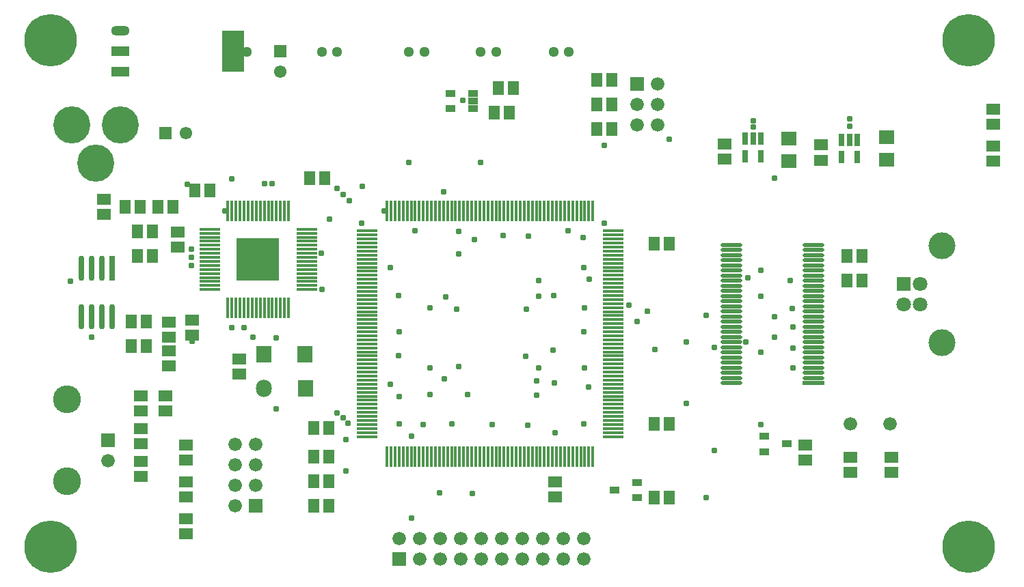
<source format=gts>
%FSLAX24Y24*%
%MOIN*%
G70*
G01*
G75*
%ADD10R,0.2000X0.2000*%
%ADD11R,0.0591X0.0512*%
%ADD12R,0.0217X0.0571*%
%ADD13R,0.0709X0.0630*%
%ADD14R,0.0512X0.0591*%
%ADD15R,0.0197X0.1181*%
%ADD16O,0.0197X0.1181*%
%ADD17O,0.0984X0.0098*%
%ADD18O,0.0098X0.0984*%
%ADD19R,0.0098X0.0984*%
%ADD20O,0.1000X0.0150*%
%ADD21R,0.1000X0.0150*%
%ADD22R,0.0850X0.0421*%
%ADD23R,0.0850X0.0421*%
%ADD24O,0.0850X0.0421*%
%ADD25R,0.1000X0.1969*%
%ADD26R,0.0709X0.0787*%
%ADD27O,0.0709X0.0787*%
%ADD28R,0.0394X0.0276*%
%ADD29R,0.0394X0.0276*%
%ADD30C,0.0500*%
%ADD31C,0.0350*%
%ADD32C,0.0100*%
%ADD33C,0.0200*%
%ADD34C,0.0120*%
%ADD35C,0.0250*%
%ADD36C,0.1000*%
%ADD37C,0.0750*%
%ADD38C,0.2500*%
%ADD39C,0.0600*%
%ADD40R,0.0600X0.0600*%
%ADD41C,0.0550*%
%ADD42R,0.0550X0.0550*%
%ADD43C,0.1750*%
%ADD44C,0.1250*%
%ADD45C,0.0650*%
%ADD46R,0.0650X0.0650*%
%ADD47C,0.1300*%
%ADD48C,0.0250*%
%ADD49C,0.0450*%
%ADD50C,0.0098*%
%ADD51C,0.0079*%
%ADD52C,0.0010*%
%ADD53C,0.0010*%
%ADD54C,0.0400*%
%ADD55C,0.0080*%
%ADD56R,0.2060X0.2060*%
%ADD57R,0.0651X0.0572*%
%ADD58R,0.0277X0.0631*%
%ADD59R,0.0769X0.0690*%
%ADD60R,0.0572X0.0651*%
%ADD61R,0.0257X0.1241*%
%ADD62O,0.0257X0.1241*%
%ADD63O,0.1044X0.0158*%
%ADD64O,0.0158X0.1044*%
%ADD65R,0.0158X0.1044*%
%ADD66O,0.1060X0.0210*%
%ADD67R,0.1060X0.0210*%
%ADD68R,0.0910X0.0481*%
%ADD69R,0.0910X0.0481*%
%ADD70O,0.0910X0.0481*%
%ADD71R,0.1060X0.2029*%
%ADD72R,0.0769X0.0847*%
%ADD73O,0.0769X0.0847*%
%ADD74R,0.0454X0.0336*%
%ADD75R,0.0454X0.0336*%
%ADD76C,0.2560*%
%ADD77C,0.0660*%
%ADD78R,0.0660X0.0660*%
%ADD79C,0.0610*%
%ADD80R,0.0610X0.0610*%
%ADD81C,0.1810*%
%ADD82C,0.1310*%
%ADD83C,0.0710*%
%ADD84R,0.0710X0.0710*%
%ADD85C,0.1360*%
%ADD86C,0.0310*%
%ADD87C,0.0510*%
D56*
X22100Y26050D02*
D03*
D57*
X53000Y15626D02*
D03*
Y16374D02*
D03*
X51000Y15626D02*
D03*
Y16374D02*
D03*
X57950Y33374D02*
D03*
Y32626D02*
D03*
X48800Y16974D02*
D03*
Y16226D02*
D03*
X44850Y30926D02*
D03*
Y31674D02*
D03*
X57950Y30826D02*
D03*
Y31574D02*
D03*
X49550Y30876D02*
D03*
Y31624D02*
D03*
X36600Y15174D02*
D03*
Y14426D02*
D03*
X21200Y20426D02*
D03*
Y21174D02*
D03*
X17600Y18626D02*
D03*
Y19374D02*
D03*
X16400Y17026D02*
D03*
Y17774D02*
D03*
Y15426D02*
D03*
Y16174D02*
D03*
Y18626D02*
D03*
Y19374D02*
D03*
X18200Y27374D02*
D03*
Y26626D02*
D03*
X14600Y28226D02*
D03*
Y28974D02*
D03*
X17750Y22226D02*
D03*
Y22974D02*
D03*
X18900Y22326D02*
D03*
Y23074D02*
D03*
X18600Y12626D02*
D03*
Y13374D02*
D03*
X17750Y21574D02*
D03*
Y20826D02*
D03*
X18600Y14426D02*
D03*
Y15174D02*
D03*
Y16226D02*
D03*
Y16974D02*
D03*
D58*
X46624Y31923D02*
D03*
X46250D02*
D03*
X45876D02*
D03*
Y31077D02*
D03*
X46624D02*
D03*
X51324Y31873D02*
D03*
X50950D02*
D03*
X50576D02*
D03*
Y31027D02*
D03*
X51324D02*
D03*
D59*
X48000Y30849D02*
D03*
Y31951D02*
D03*
X52750Y30899D02*
D03*
Y32001D02*
D03*
D60*
X51574Y25000D02*
D03*
X50826D02*
D03*
Y26200D02*
D03*
X51574D02*
D03*
X25574Y16400D02*
D03*
X24826D02*
D03*
X25574Y15200D02*
D03*
X24826D02*
D03*
X25574Y17800D02*
D03*
X24826D02*
D03*
X25574Y14000D02*
D03*
X24826D02*
D03*
X41426Y14400D02*
D03*
X42174D02*
D03*
X39374Y32400D02*
D03*
X38626D02*
D03*
X39374Y33600D02*
D03*
X38626D02*
D03*
X39374Y34800D02*
D03*
X38626D02*
D03*
X34374Y33200D02*
D03*
X33626D02*
D03*
X34574Y34400D02*
D03*
X33826D02*
D03*
X42174Y26800D02*
D03*
X41426D02*
D03*
X42174Y18000D02*
D03*
X41426D02*
D03*
X25374Y30000D02*
D03*
X24626D02*
D03*
X19026Y29400D02*
D03*
X19774D02*
D03*
X16226Y26200D02*
D03*
X16974D02*
D03*
X17226Y28600D02*
D03*
X17974D02*
D03*
X16226Y27400D02*
D03*
X16974D02*
D03*
X15626Y28600D02*
D03*
X16374D02*
D03*
X15926Y21800D02*
D03*
X16674D02*
D03*
X15926Y23000D02*
D03*
X16674D02*
D03*
D61*
X15000Y25600D02*
D03*
D62*
X14500D02*
D03*
X14000D02*
D03*
X13500D02*
D03*
X15000Y23238D02*
D03*
X14500D02*
D03*
X14000D02*
D03*
X13500D02*
D03*
D63*
X24486Y27514D02*
D03*
Y27317D02*
D03*
Y27120D02*
D03*
Y26924D02*
D03*
Y26727D02*
D03*
Y26530D02*
D03*
Y26333D02*
D03*
Y26136D02*
D03*
Y25939D02*
D03*
Y25743D02*
D03*
Y25546D02*
D03*
Y25349D02*
D03*
Y25152D02*
D03*
Y24955D02*
D03*
Y24758D02*
D03*
Y24561D02*
D03*
X19761D02*
D03*
Y24758D02*
D03*
Y24955D02*
D03*
Y25152D02*
D03*
Y25349D02*
D03*
Y25546D02*
D03*
Y25743D02*
D03*
Y25939D02*
D03*
Y26136D02*
D03*
Y26333D02*
D03*
Y26530D02*
D03*
Y26727D02*
D03*
Y26924D02*
D03*
Y27120D02*
D03*
Y27317D02*
D03*
Y27514D02*
D03*
X39424Y17384D02*
D03*
Y17581D02*
D03*
Y17778D02*
D03*
Y17975D02*
D03*
Y18172D02*
D03*
Y18369D02*
D03*
Y18565D02*
D03*
Y18762D02*
D03*
Y18959D02*
D03*
Y19156D02*
D03*
Y19353D02*
D03*
Y19550D02*
D03*
Y19746D02*
D03*
Y19943D02*
D03*
Y20140D02*
D03*
Y20337D02*
D03*
Y20534D02*
D03*
Y20731D02*
D03*
Y20928D02*
D03*
Y21124D02*
D03*
Y21321D02*
D03*
Y21518D02*
D03*
Y21715D02*
D03*
Y21912D02*
D03*
Y22109D02*
D03*
Y22306D02*
D03*
Y22502D02*
D03*
Y22699D02*
D03*
Y22896D02*
D03*
Y23093D02*
D03*
Y23290D02*
D03*
Y23487D02*
D03*
Y23683D02*
D03*
Y23880D02*
D03*
Y24077D02*
D03*
Y24274D02*
D03*
Y24471D02*
D03*
Y24668D02*
D03*
Y24865D02*
D03*
Y25061D02*
D03*
Y25258D02*
D03*
Y25455D02*
D03*
Y25652D02*
D03*
Y25849D02*
D03*
Y26046D02*
D03*
Y26242D02*
D03*
Y26439D02*
D03*
Y26636D02*
D03*
Y26833D02*
D03*
Y27030D02*
D03*
Y27227D02*
D03*
Y27424D02*
D03*
X27416D02*
D03*
Y27227D02*
D03*
Y27030D02*
D03*
Y26833D02*
D03*
Y26636D02*
D03*
Y26439D02*
D03*
Y26242D02*
D03*
Y26046D02*
D03*
Y25849D02*
D03*
Y25652D02*
D03*
Y25455D02*
D03*
Y25258D02*
D03*
Y25061D02*
D03*
Y24865D02*
D03*
Y24668D02*
D03*
Y24471D02*
D03*
Y24274D02*
D03*
Y24077D02*
D03*
Y23880D02*
D03*
Y23683D02*
D03*
Y23487D02*
D03*
Y23290D02*
D03*
Y23093D02*
D03*
Y22896D02*
D03*
Y22699D02*
D03*
Y22502D02*
D03*
Y22306D02*
D03*
Y22109D02*
D03*
Y21912D02*
D03*
Y21715D02*
D03*
Y21518D02*
D03*
Y21321D02*
D03*
Y21124D02*
D03*
Y20928D02*
D03*
Y20731D02*
D03*
Y20534D02*
D03*
Y20337D02*
D03*
Y20140D02*
D03*
Y19943D02*
D03*
Y19746D02*
D03*
Y19550D02*
D03*
Y19353D02*
D03*
Y19156D02*
D03*
Y18959D02*
D03*
Y18762D02*
D03*
Y18565D02*
D03*
Y18369D02*
D03*
Y18172D02*
D03*
Y17975D02*
D03*
Y17778D02*
D03*
Y17581D02*
D03*
Y17384D02*
D03*
D64*
X23600Y23676D02*
D03*
X23403D02*
D03*
X23206D02*
D03*
X23009D02*
D03*
X22813D02*
D03*
X22616D02*
D03*
X22419D02*
D03*
X22222D02*
D03*
X22025D02*
D03*
X21828D02*
D03*
X21632D02*
D03*
X21435D02*
D03*
X21238D02*
D03*
X21041D02*
D03*
X20844D02*
D03*
X20647D02*
D03*
Y28400D02*
D03*
X20844D02*
D03*
X21041D02*
D03*
X21238D02*
D03*
X21435D02*
D03*
X21632D02*
D03*
X21828D02*
D03*
X22025D02*
D03*
X22222D02*
D03*
X22419D02*
D03*
X22616D02*
D03*
X22813D02*
D03*
X23009D02*
D03*
X23206D02*
D03*
X23403D02*
D03*
X28597Y16400D02*
D03*
X28794D02*
D03*
X28991D02*
D03*
X29187D02*
D03*
X29384D02*
D03*
X29581D02*
D03*
X29778D02*
D03*
X29975D02*
D03*
X30172D02*
D03*
X30368D02*
D03*
X30565D02*
D03*
X30762D02*
D03*
X30959D02*
D03*
X31156D02*
D03*
X31353D02*
D03*
X31550D02*
D03*
X31746D02*
D03*
X31943D02*
D03*
X32140D02*
D03*
X32337D02*
D03*
X32534D02*
D03*
X32731D02*
D03*
X32928D02*
D03*
X33124D02*
D03*
X33321D02*
D03*
X33518D02*
D03*
X33715D02*
D03*
X33912D02*
D03*
X34109D02*
D03*
X34306D02*
D03*
X34502D02*
D03*
X34699D02*
D03*
X34896D02*
D03*
X35093D02*
D03*
X35290D02*
D03*
X35487D02*
D03*
X35683D02*
D03*
X35880D02*
D03*
X36077D02*
D03*
X36274D02*
D03*
X36471D02*
D03*
X36668D02*
D03*
X36865D02*
D03*
X37061D02*
D03*
X37258D02*
D03*
X37455D02*
D03*
X37652D02*
D03*
X37849D02*
D03*
X38046D02*
D03*
X38242D02*
D03*
X38439D02*
D03*
Y28408D02*
D03*
X38242D02*
D03*
X38046D02*
D03*
X37849D02*
D03*
X37652D02*
D03*
X37455D02*
D03*
X37258D02*
D03*
X37061D02*
D03*
X36865D02*
D03*
X36668D02*
D03*
X36471D02*
D03*
X36274D02*
D03*
X36077D02*
D03*
X35880D02*
D03*
X35683D02*
D03*
X35487D02*
D03*
X35290D02*
D03*
X35093D02*
D03*
X34896D02*
D03*
X34699D02*
D03*
X34502D02*
D03*
X34306D02*
D03*
X34109D02*
D03*
X33912D02*
D03*
X33715D02*
D03*
X33518D02*
D03*
X33321D02*
D03*
X33124D02*
D03*
X32928D02*
D03*
X32731D02*
D03*
X32534D02*
D03*
X32337D02*
D03*
X32140D02*
D03*
X31943D02*
D03*
X31746D02*
D03*
X31550D02*
D03*
X31353D02*
D03*
X31156D02*
D03*
X30959D02*
D03*
X30762D02*
D03*
X30565D02*
D03*
X30368D02*
D03*
X30172D02*
D03*
X29975D02*
D03*
X29778D02*
D03*
X29581D02*
D03*
X29384D02*
D03*
X29187D02*
D03*
X28991D02*
D03*
X28794D02*
D03*
X28597D02*
D03*
X28400D02*
D03*
D65*
X23600Y28400D02*
D03*
X28400Y16400D02*
D03*
D66*
X45200Y26750D02*
D03*
Y26500D02*
D03*
Y26250D02*
D03*
Y26000D02*
D03*
Y25750D02*
D03*
Y25500D02*
D03*
Y25250D02*
D03*
Y25000D02*
D03*
Y24750D02*
D03*
Y24500D02*
D03*
Y24250D02*
D03*
Y24000D02*
D03*
Y23750D02*
D03*
Y23500D02*
D03*
Y23250D02*
D03*
Y23000D02*
D03*
Y22750D02*
D03*
Y22500D02*
D03*
Y22250D02*
D03*
Y22000D02*
D03*
Y21750D02*
D03*
Y21500D02*
D03*
Y21250D02*
D03*
Y21000D02*
D03*
Y20750D02*
D03*
Y20500D02*
D03*
Y20250D02*
D03*
Y20000D02*
D03*
X49200Y26750D02*
D03*
Y26500D02*
D03*
Y26250D02*
D03*
Y26000D02*
D03*
Y25750D02*
D03*
Y25500D02*
D03*
Y25250D02*
D03*
Y25000D02*
D03*
Y24750D02*
D03*
Y24500D02*
D03*
Y24250D02*
D03*
Y24000D02*
D03*
Y23750D02*
D03*
Y23500D02*
D03*
Y23250D02*
D03*
Y23000D02*
D03*
Y22750D02*
D03*
Y22500D02*
D03*
Y22250D02*
D03*
Y22000D02*
D03*
Y21750D02*
D03*
Y21500D02*
D03*
Y21250D02*
D03*
Y21000D02*
D03*
Y20750D02*
D03*
Y20500D02*
D03*
Y20250D02*
D03*
D67*
Y20000D02*
D03*
D68*
X15400Y35200D02*
D03*
D69*
Y36200D02*
D03*
D70*
Y37200D02*
D03*
D71*
X20900Y36200D02*
D03*
D72*
X22400Y21400D02*
D03*
X24400D02*
D03*
X24439Y19746D02*
D03*
D73*
X22400Y19746D02*
D03*
D74*
X40600Y15148D02*
D03*
X39498Y14774D02*
D03*
X46800Y16652D02*
D03*
X47902Y17026D02*
D03*
X31498Y33400D02*
D03*
D75*
X40600Y14400D02*
D03*
X46800Y17400D02*
D03*
X32600Y33400D02*
D03*
Y33774D02*
D03*
Y34148D02*
D03*
X31498D02*
D03*
D76*
X56750Y12000D02*
D03*
X12000D02*
D03*
Y36750D02*
D03*
X56750D02*
D03*
D77*
X41600Y32600D02*
D03*
X40600D02*
D03*
X41600Y33600D02*
D03*
X40600D02*
D03*
X41600Y34600D02*
D03*
X21000Y17000D02*
D03*
X22000D02*
D03*
X21000Y16000D02*
D03*
X22000D02*
D03*
X21000Y15000D02*
D03*
X22000D02*
D03*
X21000Y14000D02*
D03*
X52921Y18000D02*
D03*
X51000D02*
D03*
X38000Y12400D02*
D03*
Y11400D02*
D03*
X37000Y12400D02*
D03*
Y11400D02*
D03*
X36000Y12400D02*
D03*
Y11400D02*
D03*
X35000Y12400D02*
D03*
Y11400D02*
D03*
X34000Y12400D02*
D03*
Y11400D02*
D03*
X33000Y12400D02*
D03*
Y11400D02*
D03*
X32000Y12400D02*
D03*
Y11400D02*
D03*
X31000Y12400D02*
D03*
Y11400D02*
D03*
X30000Y12400D02*
D03*
Y11400D02*
D03*
X29000Y12400D02*
D03*
X14800Y16216D02*
D03*
D78*
X40600Y34600D02*
D03*
X22000Y14000D02*
D03*
X29000Y11400D02*
D03*
X14800Y17200D02*
D03*
D79*
X18584Y32200D02*
D03*
X23200Y35216D02*
D03*
D80*
X17600Y32200D02*
D03*
X23200Y36200D02*
D03*
D81*
X15394Y32600D02*
D03*
X14213Y30750D02*
D03*
X13032Y32600D02*
D03*
D82*
X55450Y26710D02*
D03*
Y21970D02*
D03*
D83*
X54390Y24850D02*
D03*
Y23850D02*
D03*
X53600D02*
D03*
D84*
Y24850D02*
D03*
D85*
X12792Y15192D02*
D03*
Y19208D02*
D03*
D86*
X16400Y15426D02*
D03*
X48000Y31951D02*
D03*
X52750Y32001D02*
D03*
X49550Y31624D02*
D03*
X51000Y15626D02*
D03*
X46800Y17400D02*
D03*
X32100Y33800D02*
D03*
X22400Y21400D02*
D03*
X50826Y26200D02*
D03*
X27150Y27800D02*
D03*
X24826Y14000D02*
D03*
X27200Y29600D02*
D03*
X32976Y30777D02*
D03*
X39000Y31600D02*
D03*
Y27800D02*
D03*
X40200Y23800D02*
D03*
X41100Y23500D02*
D03*
X40600Y23000D02*
D03*
X42150Y26824D02*
D03*
Y31900D02*
D03*
X29476Y30777D02*
D03*
X23000Y18750D02*
D03*
X21850Y22250D02*
D03*
X29600Y13400D02*
D03*
X24826Y16400D02*
D03*
X25600Y28000D02*
D03*
X26550Y28900D02*
D03*
X26500Y18050D02*
D03*
X26250Y29200D02*
D03*
Y18300D02*
D03*
X25950Y18550D02*
D03*
Y29500D02*
D03*
X18650Y29700D02*
D03*
X16674Y21800D02*
D03*
X12976Y24974D02*
D03*
X21800Y26950D02*
D03*
X18900Y22050D02*
D03*
X29581Y17400D02*
D03*
X28550Y19943D02*
D03*
Y25652D02*
D03*
X29778Y27422D02*
D03*
X38250Y25061D02*
D03*
X38226Y19800D02*
D03*
X36600Y17574D02*
D03*
X40600Y15148D02*
D03*
X30950Y14650D02*
D03*
X32550Y14600D02*
D03*
X24826Y17800D02*
D03*
X26400Y17250D02*
D03*
Y15700D02*
D03*
X18600Y16974D02*
D03*
X45900Y22000D02*
D03*
X46000Y25150D02*
D03*
X44850Y31674D02*
D03*
X46250Y32800D02*
D03*
Y32500D02*
D03*
X50950Y32900D02*
D03*
Y32550D02*
D03*
X57950Y30826D02*
D03*
X38019Y20731D02*
D03*
X24439Y19746D02*
D03*
X17750Y20826D02*
D03*
X14000Y22250D02*
D03*
X22350Y25300D02*
D03*
X21800D02*
D03*
X21250D02*
D03*
X28258Y28408D02*
D03*
X22900Y26950D02*
D03*
X20500Y28400D02*
D03*
X21250Y26950D02*
D03*
X22900Y25300D02*
D03*
X29000Y18000D02*
D03*
X28974Y24274D02*
D03*
X28997Y19353D02*
D03*
X31550Y18000D02*
D03*
X30172Y17972D02*
D03*
X28971Y21321D02*
D03*
X28998Y22502D02*
D03*
X31150Y29350D02*
D03*
X33518Y17982D02*
D03*
X35290Y27160D02*
D03*
X34050Y27200D02*
D03*
X35250Y17950D02*
D03*
X38000Y18000D02*
D03*
X38002Y22502D02*
D03*
X38002Y25652D02*
D03*
X37950Y27100D02*
D03*
X38017Y23683D02*
D03*
X48200Y20750D02*
D03*
Y21700D02*
D03*
X48050Y25000D02*
D03*
X48200Y22750D02*
D03*
X48174Y23624D02*
D03*
X53000Y15626D02*
D03*
X48800Y16226D02*
D03*
X14600Y28226D02*
D03*
X16226Y27400D02*
D03*
X15926Y21800D02*
D03*
X41450Y18024D02*
D03*
Y21650D02*
D03*
X43950Y14400D02*
D03*
Y23300D02*
D03*
X43000Y22000D02*
D03*
Y19000D02*
D03*
X44350Y21750D02*
D03*
Y16700D02*
D03*
X47300Y22250D02*
D03*
Y30000D02*
D03*
Y23250D02*
D03*
X46624Y17976D02*
D03*
Y31077D02*
D03*
Y21500D02*
D03*
Y24250D02*
D03*
Y25500D02*
D03*
X51574Y25000D02*
D03*
X35150Y21300D02*
D03*
X31900Y20800D02*
D03*
X31800Y23600D02*
D03*
X35200D02*
D03*
X32650Y27000D02*
D03*
X35800Y24250D02*
D03*
X37234Y27426D02*
D03*
X31200Y20200D02*
D03*
X35700Y20100D02*
D03*
X35800Y20750D02*
D03*
X31250Y24200D02*
D03*
X36550Y20000D02*
D03*
X35683Y19417D02*
D03*
X30483Y23683D02*
D03*
X30481Y20731D02*
D03*
X32337Y19437D02*
D03*
X35800Y25000D02*
D03*
X31900Y27400D02*
D03*
Y26300D02*
D03*
X30500Y19450D02*
D03*
X36500Y21600D02*
D03*
X36526Y24274D02*
D03*
X21435Y22715D02*
D03*
X18870Y26530D02*
D03*
X18864Y26136D02*
D03*
X18857Y25743D02*
D03*
X20844Y22706D02*
D03*
Y29956D02*
D03*
X22813Y29737D02*
D03*
X22419Y29731D02*
D03*
X23000Y22200D02*
D03*
X25215Y24561D02*
D03*
X25209Y26333D02*
D03*
X21800Y26400D02*
D03*
X22350D02*
D03*
Y25850D02*
D03*
X21800D02*
D03*
X22350Y26950D02*
D03*
X22900Y26400D02*
D03*
Y25850D02*
D03*
X21250D02*
D03*
Y26400D02*
D03*
D87*
X37274Y36176D02*
D03*
X36526Y36174D02*
D03*
X33724Y36176D02*
D03*
X32976D02*
D03*
X30224D02*
D03*
X29476D02*
D03*
X25226Y36174D02*
D03*
X25974Y36176D02*
D03*
X20826Y36174D02*
D03*
X21574Y36176D02*
D03*
M02*

</source>
